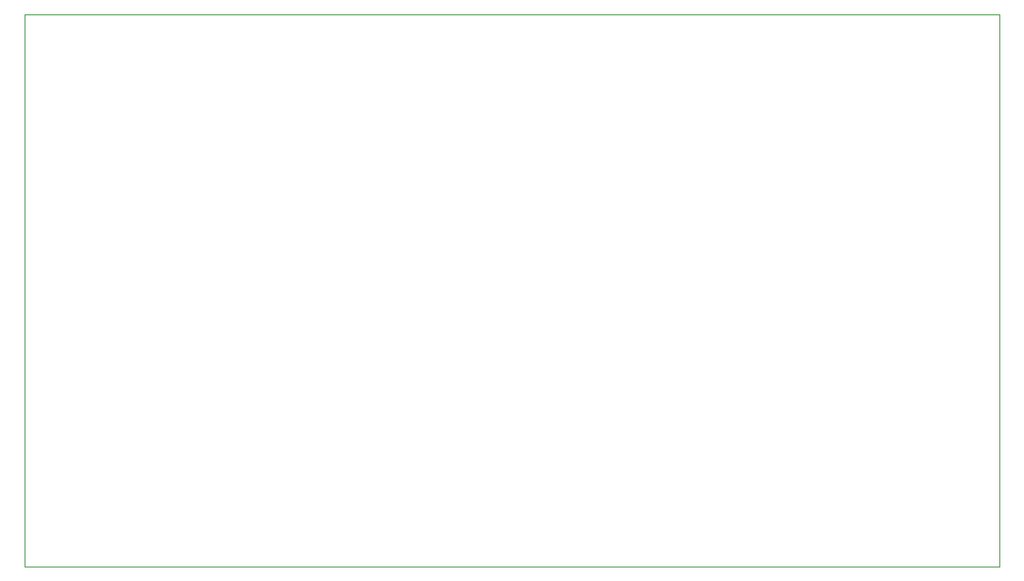
<source format=gm1>
%TF.GenerationSoftware,KiCad,Pcbnew,9.0.6*%
%TF.CreationDate,2025-12-05T22:13:44+01:00*%
%TF.ProjectId,Vikingboard,56696b69-6e67-4626-9f61-72642e6b6963,rev?*%
%TF.SameCoordinates,Original*%
%TF.FileFunction,Profile,NP*%
%FSLAX46Y46*%
G04 Gerber Fmt 4.6, Leading zero omitted, Abs format (unit mm)*
G04 Created by KiCad (PCBNEW 9.0.6) date 2025-12-05 22:13:44*
%MOMM*%
%LPD*%
G01*
G04 APERTURE LIST*
%TA.AperFunction,Profile*%
%ADD10C,0.100000*%
%TD*%
G04 APERTURE END LIST*
D10*
X133982143Y-116808250D02*
X36652618Y-116808250D01*
X36652618Y-116808250D02*
X36652618Y-61611750D01*
X133982143Y-61611750D02*
X133982143Y-116808250D01*
X36652618Y-61611750D02*
X133982143Y-61611750D01*
M02*

</source>
